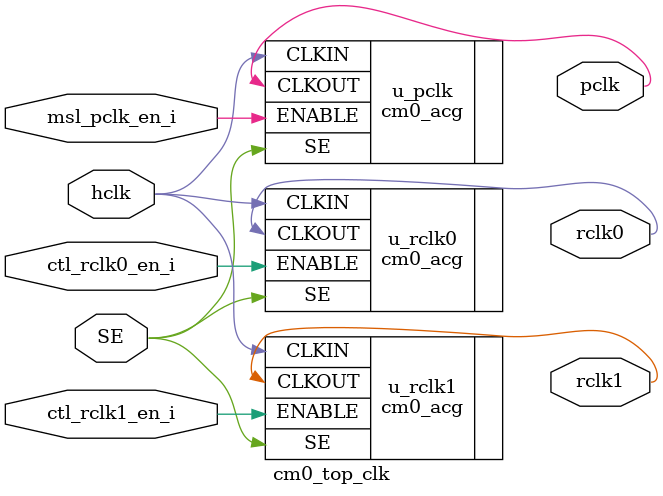
<source format=v>


module cm0_top_clk
  #(parameter CBAW     =  0,
    parameter ACG      =  1)

   (input  wire hclk,           // gated AHB clock input

    output wire rclk0,          // r0-r4 gated clock output
    output wire rclk1,          // r5-r14 gated clock output
    output wire pclk,           // PPB space gated clock output

    input  wire SE,             // clock gate bypass for test

    input  wire ctl_rclk0_en_i, // r0-r4 clock enable term
    input  wire ctl_rclk1_en_i, // r5-r14 clock enable term
    input  wire msl_pclk_en_i); // PPB space clock enable term

   // ------------------------------------------------------------
   // Note:
   // ------------------------------------------------------------
   // the architectural clock gating implemented in Cortex-M0
   // is not necessary for correct functionality; all registers
   // which gated clocks arrive at have separate enable terms
   // to ensure correct operation - it is therefore permissible
   // for each of the clock gate modules below to simply
   // assign CLKOUT from CLKIN irrespective of the ENABLE and
   // SE terms
   // ------------------------------------------------------------

   // ------------------------------------------------------------
   // Lower half register file clock gate cell instantiation
   // ------------------------------------------------------------

   cm0_acg
     #(.CBAW(CBAW), .ACG(ACG))
       u_rclk0
         (.CLKIN                  (hclk),
          .ENABLE                 (ctl_rclk0_en_i),
          .SE                     (SE),
          .CLKOUT                 (rclk0));

   // ------------------------------------------------------------
   // Upper half register file clock gate cell instantiation
   // ------------------------------------------------------------

   cm0_acg
     #(.CBAW(CBAW), .ACG(ACG))
       u_rclk1
         (.CLKIN                  (hclk),
          .ENABLE                 (ctl_rclk1_en_i),
          .SE                     (SE),
          .CLKOUT                 (rclk1));

   // ------------------------------------------------------------
   // Private peripheral space register write clock gate cell
   // ------------------------------------------------------------

   cm0_acg
     #(.CBAW(CBAW), .ACG(ACG))
       u_pclk
         (.CLKIN                  (hclk),
          .ENABLE                 (msl_pclk_en_i),
          .SE                     (SE),
          .CLKOUT                 (pclk));

   // ------------------------------------------------------------

endmodule // cm0_top_clk

//-----------------------------------------------------------------------------
// EOF
//-----------------------------------------------------------------------------

</source>
